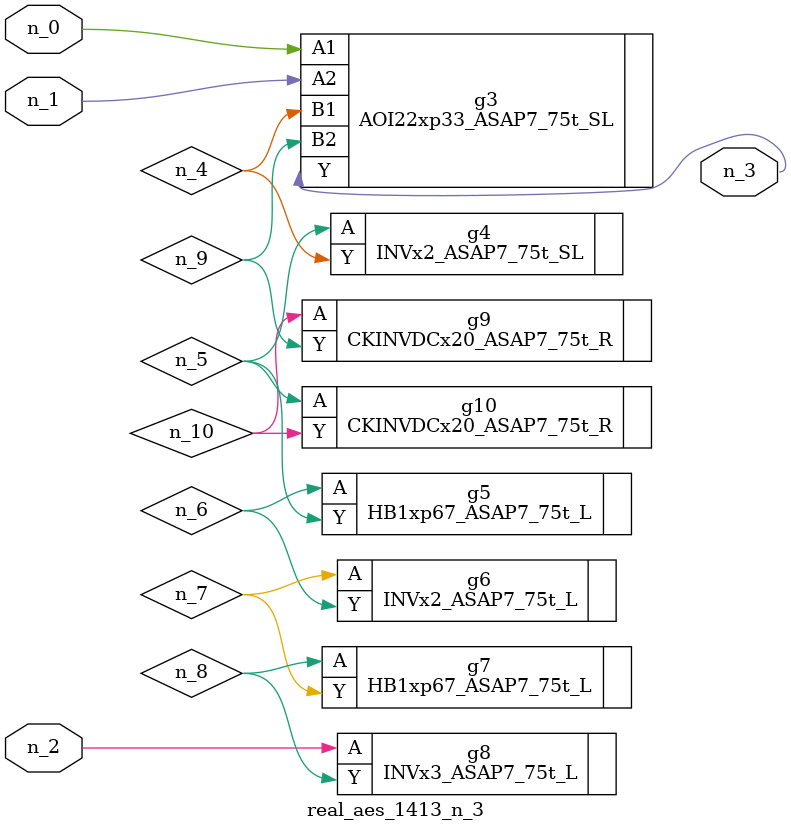
<source format=v>
module real_aes_1413_n_3 (n_0, n_2, n_1, n_3);
input n_0;
input n_2;
input n_1;
output n_3;
wire n_4;
wire n_5;
wire n_7;
wire n_9;
wire n_6;
wire n_8;
wire n_10;
AOI22xp33_ASAP7_75t_SL g3 ( .A1(n_0), .A2(n_1), .B1(n_4), .B2(n_9), .Y(n_3) );
INVx3_ASAP7_75t_L g8 ( .A(n_2), .Y(n_8) );
INVx2_ASAP7_75t_SL g4 ( .A(n_5), .Y(n_4) );
CKINVDCx20_ASAP7_75t_R g10 ( .A(n_5), .Y(n_10) );
HB1xp67_ASAP7_75t_L g5 ( .A(n_6), .Y(n_5) );
INVx2_ASAP7_75t_L g6 ( .A(n_7), .Y(n_6) );
HB1xp67_ASAP7_75t_L g7 ( .A(n_8), .Y(n_7) );
CKINVDCx20_ASAP7_75t_R g9 ( .A(n_10), .Y(n_9) );
endmodule
</source>
